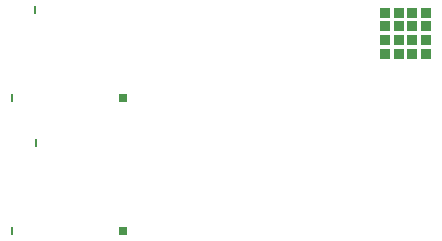
<source format=gtp>
G04 #@! TF.GenerationSoftware,KiCad,Pcbnew,5.1.5*
G04 #@! TF.CreationDate,2020-02-06T17:50:48+09:00*
G04 #@! TF.ProjectId,MIDI-Guy,4d494449-2d47-4757-992e-6b696361645f,rev?*
G04 #@! TF.SameCoordinates,Original*
G04 #@! TF.FileFunction,Paste,Top*
G04 #@! TF.FilePolarity,Positive*
%FSLAX46Y46*%
G04 Gerber Fmt 4.6, Leading zero omitted, Abs format (unit mm)*
G04 Created by KiCad (PCBNEW 5.1.5) date 2020-02-06 17:50:48*
%MOMM*%
%LPD*%
G04 APERTURE LIST*
%ADD10R,0.800000X0.800000*%
%ADD11R,0.200000X0.800000*%
%ADD12R,0.900000X0.900000*%
G04 APERTURE END LIST*
D10*
X69100000Y-72700000D03*
D11*
X59700000Y-72700000D03*
X61700000Y-65300000D03*
D10*
X69050000Y-61450000D03*
D11*
X59650000Y-61450000D03*
X61650000Y-54050000D03*
D12*
X91275000Y-57725000D03*
X92425000Y-57725000D03*
X93575000Y-57725000D03*
X94725000Y-57725000D03*
X91275000Y-56575000D03*
X92425000Y-56575000D03*
X93575000Y-56575000D03*
X94725000Y-56575000D03*
X91275000Y-55425000D03*
X92425000Y-55425000D03*
X93575000Y-55425000D03*
X94725000Y-55425000D03*
X91275000Y-54275000D03*
X92425000Y-54275000D03*
X93575000Y-54275000D03*
X94725000Y-54275000D03*
M02*

</source>
